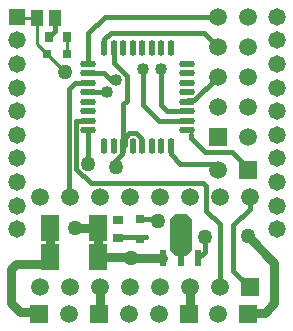
<source format=gbl>
%FSLAX24Y24*%
%MOIN*%
G70*
G01*
G75*
G04 Layer_Physical_Order=2*
G04 Layer_Color=16711680*
%ADD10R,0.0669X0.0433*%
G04:AMPARAMS|DCode=11|XSize=74.8mil|YSize=126mil|CornerRadius=0mil|HoleSize=0mil|Usage=FLASHONLY|Rotation=90.000|XOffset=0mil|YOffset=0mil|HoleType=Round|Shape=Octagon|*
%AMOCTAGOND11*
4,1,8,-0.0630,-0.0187,-0.0630,0.0187,-0.0443,0.0374,0.0443,0.0374,0.0630,0.0187,0.0630,-0.0187,0.0443,-0.0374,-0.0443,-0.0374,-0.0630,-0.0187,0.0*
%
%ADD11OCTAGOND11*%

%ADD12R,0.0551X0.0236*%
%ADD13R,0.0709X0.0236*%
%ADD14R,0.0433X0.0551*%
%ADD15C,0.0100*%
%ADD16C,0.0150*%
%ADD17C,0.0300*%
%ADD18C,0.0250*%
%ADD19C,0.0200*%
%ADD20R,0.0591X0.0591*%
%ADD21C,0.0591*%
%ADD22C,0.0580*%
%ADD23R,0.0580X0.0580*%
%ADD24R,0.0591X0.0591*%
%ADD25C,0.0500*%
%ADD26C,0.0400*%
%ADD27R,0.0618X0.0906*%
%ADD28R,0.0276X0.0354*%
%ADD29R,0.0354X0.0276*%
%ADD30R,0.0315X0.0315*%
%ADD31O,0.0532X0.0217*%
%ADD32O,0.0217X0.0532*%
%ADD33R,0.0236X0.0551*%
%ADD34R,0.0236X0.0354*%
G04:AMPARAMS|DCode=35|XSize=70.9mil|YSize=141.7mil|CornerRadius=0mil|HoleSize=0mil|Usage=FLASHONLY|Rotation=0.000|XOffset=0mil|YOffset=0mil|HoleType=Round|Shape=Octagon|*
%AMOCTAGOND35*
4,1,8,-0.0177,0.0709,0.0177,0.0709,0.0354,0.0532,0.0354,-0.0532,0.0177,-0.0709,-0.0177,-0.0709,-0.0354,-0.0532,-0.0354,0.0532,-0.0177,0.0709,0.0*
%
%ADD35OCTAGOND35*%

%ADD36R,0.0315X0.0315*%
D14*
X42745Y40120D02*
D03*
X43335D02*
D03*
D15*
X43080Y38920D02*
X43680Y38320D01*
X43075Y38920D02*
X43080D01*
X42120Y40120D02*
X42745D01*
Y39250D02*
Y40120D01*
Y39250D02*
X43075Y38920D01*
X43725D02*
Y39470D01*
D16*
X45556Y35580D02*
Y35794D01*
X45360Y35384D02*
X45556Y35580D01*
X45360Y35160D02*
Y35384D01*
X43145Y39480D02*
X43335Y39671D01*
Y40120D01*
X48820Y31140D02*
Y33239D01*
X48370Y33690D02*
X48820Y33239D01*
X48370Y33690D02*
Y34510D01*
X48280Y34600D02*
X48370Y34510D01*
X44520Y34600D02*
X48280D01*
X44041Y35078D02*
X44520Y34600D01*
X44041Y35078D02*
Y35219D01*
X44020Y35240D02*
X44041Y35219D01*
X44446Y35246D02*
Y36378D01*
X43790Y34190D02*
Y35240D01*
Y37742D01*
X49760Y35040D02*
Y35120D01*
X49240Y35640D02*
X49760Y35120D01*
X47870Y36110D02*
X48340Y35640D01*
X47870Y36110D02*
Y36230D01*
X46186Y35898D02*
Y36113D01*
X46032Y36267D02*
X46186Y36113D01*
X45813Y36267D02*
X46032D01*
X45659Y36113D02*
X45813Y36267D01*
X45659Y35898D02*
Y36113D01*
X45608Y35846D02*
X45659Y35898D01*
X45608Y35846D02*
Y37248D01*
X45715Y37356D01*
Y38187D01*
X45293Y38609D02*
X45715Y38187D01*
X45293Y38609D02*
Y39114D01*
X46280Y37200D02*
X46787Y36693D01*
X46280Y37200D02*
Y38400D01*
X46880Y37200D02*
X47072Y37008D01*
X46880Y37200D02*
Y38400D01*
X47714Y37323D02*
X47766Y37374D01*
X47980D01*
X48760Y38154D01*
Y38160D01*
X45200Y38040D02*
X45240D01*
X44973Y38267D02*
X45200Y38040D01*
X44446Y38267D02*
X44973D01*
X44440Y38582D02*
Y39600D01*
X44020Y35240D02*
Y36693D01*
X47072Y37008D02*
X47714D01*
X47182Y35568D02*
Y35846D01*
Y35568D02*
X47510Y35240D01*
X48760D01*
X44978Y39114D02*
Y39400D01*
X45188Y39610D01*
X48310D01*
X48760Y39160D01*
X46787Y36693D02*
X47714D01*
X44020D02*
X44446D01*
Y37637D02*
X45073D01*
X43790Y37742D02*
X44000Y37952D01*
X44446D01*
X44440Y38582D02*
X44446D01*
X44440Y39600D02*
X45000Y40160D01*
X48760D01*
X48340Y35640D02*
X49240D01*
X49820Y33740D02*
Y34140D01*
X49280Y33200D02*
X49820Y33740D01*
X49280Y31680D02*
Y33200D01*
Y31680D02*
X49820Y31140D01*
X48320Y32319D02*
Y32800D01*
X48111Y32110D02*
X48320Y32319D01*
X46160Y33405D02*
X46715D01*
X45480Y32825D02*
X46370D01*
D17*
X49840Y30280D02*
X50320D01*
X50640Y30600D01*
Y31960D01*
X49760Y32840D02*
X50640Y31960D01*
X44751Y32160D02*
Y33120D01*
X43169Y32160D02*
Y33120D01*
X42160Y30320D02*
X42840D01*
X41880Y30600D02*
X42160Y30320D01*
X41880Y30600D02*
Y31760D01*
X42040Y31920D01*
X42929D01*
X43169Y32160D01*
X44751D02*
X45840D01*
X45880Y32120D02*
X46919D01*
X44000Y33120D02*
X44751D01*
X44820Y30260D02*
Y31140D01*
X47820Y30260D02*
Y31140D01*
D20*
X44800Y30240D02*
D03*
X42800D02*
D03*
X47800D02*
D03*
X49760D02*
D03*
Y35040D02*
D03*
D21*
X45800Y30240D02*
D03*
X43800D02*
D03*
X46800D02*
D03*
X48760D02*
D03*
X42820Y34140D02*
D03*
X43820D02*
D03*
X44820D02*
D03*
X45820D02*
D03*
X46820D02*
D03*
X47820D02*
D03*
X48820D02*
D03*
X49820D02*
D03*
X42820Y31140D02*
D03*
X43820D02*
D03*
X44820D02*
D03*
X45820D02*
D03*
X46820D02*
D03*
X47820D02*
D03*
X48820D02*
D03*
X49760Y40160D02*
D03*
X48760D02*
D03*
X49760Y39160D02*
D03*
X48760D02*
D03*
X49760Y38160D02*
D03*
X48760D02*
D03*
X49760Y37160D02*
D03*
X48760D02*
D03*
X49760Y36160D02*
D03*
X48760Y35040D02*
D03*
D22*
X50741Y40160D02*
D03*
Y39373D02*
D03*
Y38585D02*
D03*
Y37798D02*
D03*
Y37011D02*
D03*
Y36223D02*
D03*
Y35436D02*
D03*
Y34649D02*
D03*
Y33861D02*
D03*
Y33074D02*
D03*
X42080D02*
D03*
Y33861D02*
D03*
Y34649D02*
D03*
Y35436D02*
D03*
Y36223D02*
D03*
Y37011D02*
D03*
Y37798D02*
D03*
Y38585D02*
D03*
Y39373D02*
D03*
D23*
Y40160D02*
D03*
D24*
X49820Y31140D02*
D03*
X48760Y36160D02*
D03*
D25*
X45360Y35160D02*
D03*
X49760Y32840D02*
D03*
X44446Y35246D02*
D03*
X43680Y38320D02*
D03*
X45880Y32120D02*
D03*
X48320Y32800D02*
D03*
X44000Y33120D02*
D03*
X46760Y33360D02*
D03*
D26*
X45360Y38040D02*
D03*
X45073Y37637D02*
D03*
X46880Y38400D02*
D03*
X46280D02*
D03*
D27*
X44751Y32160D02*
D03*
X43169D02*
D03*
X44751Y33120D02*
D03*
X43169D02*
D03*
D28*
X43735Y39480D02*
D03*
X43145D02*
D03*
D29*
X45440Y32785D02*
D03*
Y33375D02*
D03*
D30*
X46160Y32755D02*
D03*
Y33405D02*
D03*
D31*
X47714Y36378D02*
D03*
Y36693D02*
D03*
Y37008D02*
D03*
Y37323D02*
D03*
Y37637D02*
D03*
Y37952D02*
D03*
Y38267D02*
D03*
Y38582D02*
D03*
X44446D02*
D03*
Y38267D02*
D03*
Y37952D02*
D03*
Y37637D02*
D03*
Y37323D02*
D03*
Y37008D02*
D03*
Y36693D02*
D03*
Y36378D02*
D03*
D32*
X47182Y39114D02*
D03*
X46867D02*
D03*
X46552D02*
D03*
X46237D02*
D03*
X45923D02*
D03*
X45608D02*
D03*
X45293D02*
D03*
X44978D02*
D03*
Y35846D02*
D03*
X45293D02*
D03*
X45608D02*
D03*
X45923D02*
D03*
X46237D02*
D03*
X46552D02*
D03*
X46867D02*
D03*
X47182D02*
D03*
D33*
X48111Y32110D02*
D03*
X46929D02*
D03*
D34*
X47520Y32011D02*
D03*
D35*
Y32897D02*
D03*
D36*
X43725Y38920D02*
D03*
X43075D02*
D03*
M02*

</source>
